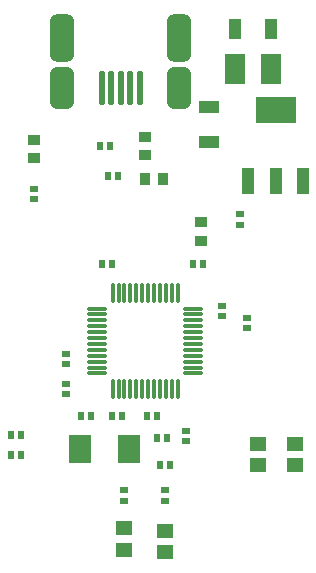
<source format=gtp>
G04*
G04 #@! TF.GenerationSoftware,Altium Limited,Altium Designer,20.1.14 (287)*
G04*
G04 Layer_Color=8421504*
%FSLAX25Y25*%
%MOIN*%
G70*
G04*
G04 #@! TF.SameCoordinates,4531C12C-93FC-4365-9EE7-7E3AE0C659AD*
G04*
G04*
G04 #@! TF.FilePolarity,Positive*
G04*
G01*
G75*
%ADD19R,0.02559X0.02362*%
%ADD20R,0.02362X0.02559*%
%ADD21R,0.05787X0.04567*%
%ADD22O,0.07087X0.01102*%
%ADD23O,0.01102X0.07087*%
G04:AMPARAMS|DCode=24|XSize=137.8mil|YSize=80.71mil|CornerRadius=20.18mil|HoleSize=0mil|Usage=FLASHONLY|Rotation=90.000|XOffset=0mil|YOffset=0mil|HoleType=Round|Shape=RoundedRectangle|*
%AMROUNDEDRECTD24*
21,1,0.13780,0.04035,0,0,90.0*
21,1,0.09744,0.08071,0,0,90.0*
1,1,0.04035,0.02018,0.04872*
1,1,0.04035,0.02018,-0.04872*
1,1,0.04035,-0.02018,-0.04872*
1,1,0.04035,-0.02018,0.04872*
%
%ADD24ROUNDEDRECTD24*%
G04:AMPARAMS|DCode=25|XSize=157.48mil|YSize=80.71mil|CornerRadius=20.18mil|HoleSize=0mil|Usage=FLASHONLY|Rotation=90.000|XOffset=0mil|YOffset=0mil|HoleType=Round|Shape=RoundedRectangle|*
%AMROUNDEDRECTD25*
21,1,0.15748,0.04035,0,0,90.0*
21,1,0.11713,0.08071,0,0,90.0*
1,1,0.04035,0.02018,0.05856*
1,1,0.04035,0.02018,-0.05856*
1,1,0.04035,-0.02018,-0.05856*
1,1,0.04035,-0.02018,0.05856*
%
%ADD25ROUNDEDRECTD25*%
G04:AMPARAMS|DCode=26|XSize=137.8mil|YSize=80.71mil|CornerRadius=20.18mil|HoleSize=0mil|Usage=FLASHONLY|Rotation=90.000|XOffset=0mil|YOffset=0mil|HoleType=Round|Shape=RoundedRectangle|*
%AMROUNDEDRECTD26*
21,1,0.13780,0.04036,0,0,90.0*
21,1,0.09744,0.08071,0,0,90.0*
1,1,0.04035,0.02018,0.04872*
1,1,0.04035,0.02018,-0.04872*
1,1,0.04035,-0.02018,-0.04872*
1,1,0.04035,-0.02018,0.04872*
%
%ADD26ROUNDEDRECTD26*%
G04:AMPARAMS|DCode=27|XSize=110.24mil|YSize=19.68mil|CornerRadius=4.92mil|HoleSize=0mil|Usage=FLASHONLY|Rotation=90.000|XOffset=0mil|YOffset=0mil|HoleType=Round|Shape=RoundedRectangle|*
%AMROUNDEDRECTD27*
21,1,0.11024,0.00984,0,0,90.0*
21,1,0.10039,0.01968,0,0,90.0*
1,1,0.00984,0.00492,0.05020*
1,1,0.00984,0.00492,-0.05020*
1,1,0.00984,-0.00492,-0.05020*
1,1,0.00984,-0.00492,0.05020*
%
%ADD27ROUNDEDRECTD27*%
%ADD28R,0.03858X0.03661*%
%ADD29R,0.03661X0.03858*%
%ADD30R,0.07480X0.09449*%
%ADD31R,0.07087X0.04449*%
%ADD32R,0.04449X0.07087*%
%ADD33R,0.07087X0.10236*%
%ADD34R,0.03937X0.08661*%
%ADD35R,0.13780X0.08661*%
D19*
X84000Y97327D02*
D03*
Y100673D02*
D03*
X92500Y96673D02*
D03*
Y93327D02*
D03*
X32000Y71327D02*
D03*
Y74673D02*
D03*
X51500Y39173D02*
D03*
Y35827D02*
D03*
X65000Y39173D02*
D03*
Y35827D02*
D03*
X90000Y127827D02*
D03*
Y131173D02*
D03*
X21500Y136327D02*
D03*
Y139673D02*
D03*
X72000Y55654D02*
D03*
Y59000D02*
D03*
X32000Y81327D02*
D03*
Y84673D02*
D03*
D20*
X44153Y114500D02*
D03*
X47500D02*
D03*
X37154Y64000D02*
D03*
X40500D02*
D03*
X77846Y114500D02*
D03*
X74500D02*
D03*
X13827Y57500D02*
D03*
X17173D02*
D03*
X13827Y51000D02*
D03*
X17173D02*
D03*
X46673Y154000D02*
D03*
X43327D02*
D03*
X50673Y64000D02*
D03*
X47327D02*
D03*
X59000Y64000D02*
D03*
X62347D02*
D03*
X63327Y47500D02*
D03*
X66673D02*
D03*
X65673Y56500D02*
D03*
X62327D02*
D03*
X49500Y144000D02*
D03*
X46154D02*
D03*
D21*
X65000Y25504D02*
D03*
Y18496D02*
D03*
X51500Y19492D02*
D03*
Y26500D02*
D03*
X108500Y47496D02*
D03*
Y54504D02*
D03*
X96000D02*
D03*
Y47496D02*
D03*
D22*
X42555Y78173D02*
D03*
Y80142D02*
D03*
Y82110D02*
D03*
Y84079D02*
D03*
Y86047D02*
D03*
Y88016D02*
D03*
Y89984D02*
D03*
Y91953D02*
D03*
Y93921D02*
D03*
Y95890D02*
D03*
Y97858D02*
D03*
Y99827D02*
D03*
X74445D02*
D03*
Y97858D02*
D03*
Y95890D02*
D03*
Y93921D02*
D03*
Y91953D02*
D03*
Y89984D02*
D03*
Y88016D02*
D03*
Y86047D02*
D03*
Y84079D02*
D03*
Y82110D02*
D03*
Y80142D02*
D03*
Y78173D02*
D03*
D23*
X47673Y104945D02*
D03*
X49642D02*
D03*
X51610D02*
D03*
X53579D02*
D03*
X55547D02*
D03*
X57516D02*
D03*
X59484D02*
D03*
X61453D02*
D03*
X63421D02*
D03*
X65390D02*
D03*
X67358D02*
D03*
X69327D02*
D03*
Y73055D02*
D03*
X67358D02*
D03*
X65390D02*
D03*
X63421D02*
D03*
X61453D02*
D03*
X59484D02*
D03*
X57516D02*
D03*
X55547D02*
D03*
X53579D02*
D03*
X51610D02*
D03*
X49642D02*
D03*
X47673D02*
D03*
D24*
X69728Y173248D02*
D03*
D25*
Y189980D02*
D03*
X30949D02*
D03*
D26*
Y173248D02*
D03*
D27*
X53488Y173347D02*
D03*
X56638D02*
D03*
X47189D02*
D03*
X44039D02*
D03*
X50339D02*
D03*
D28*
X77000Y122468D02*
D03*
Y128532D02*
D03*
X21500Y149969D02*
D03*
Y156032D02*
D03*
X58500Y157032D02*
D03*
Y150969D02*
D03*
D29*
X64531Y143000D02*
D03*
X58469D02*
D03*
D30*
X36929Y53000D02*
D03*
X53071D02*
D03*
D31*
X79750Y167142D02*
D03*
Y155409D02*
D03*
D32*
X88634Y193000D02*
D03*
X100366D02*
D03*
D33*
X88595Y179500D02*
D03*
X100406D02*
D03*
D34*
X92945Y142378D02*
D03*
X102000D02*
D03*
X111055D02*
D03*
D35*
X102000Y166000D02*
D03*
M02*

</source>
